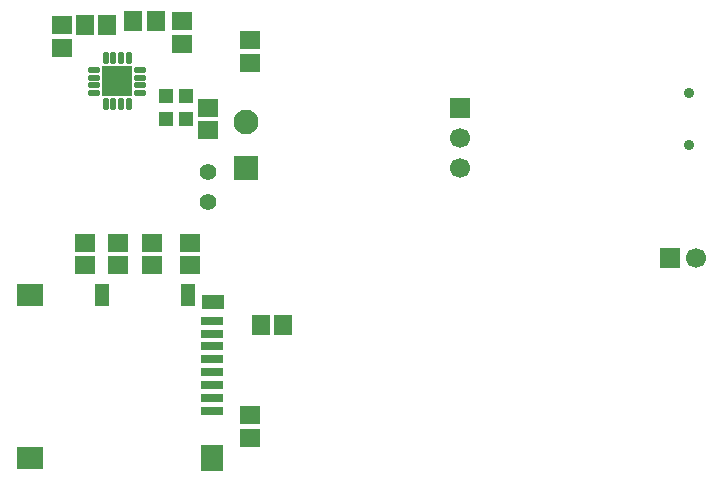
<source format=gbr>
G04 DipTrace 2.4.0.2*
%INMaskBottom.gbr*%
%MOMM*%
%ADD51C,0.9*%
%ADD56C,1.4*%
%ADD72R,1.3X1.2*%
%ADD84R,2.6X2.6*%
%ADD86O,0.55X1.05*%
%ADD88O,1.05X0.55*%
%ADD92R,1.5X1.7*%
%ADD94R,1.7X1.5*%
%ADD96C,1.7*%
%ADD98R,1.7X1.7*%
%ADD100C,2.1*%
%ADD101R,2.1X2.1*%
%ADD102R,2.2X1.9*%
%ADD104R,1.9X2.2*%
%ADD106R,1.9X1.2*%
%ADD108R,1.2X1.9*%
%ADD110R,1.9X0.7*%
%FSLAX53Y53*%
G04*
G71*
G90*
G75*
G01*
%LNBotMask*%
%LPD*%
D110*
X29368Y19208D3*
Y20308D3*
Y21408D3*
Y22508D3*
Y23608D3*
Y24708D3*
Y25808D3*
Y26908D3*
D108*
X27368Y29108D3*
X20068D3*
D106*
X29468Y28508D3*
D104*
X29368Y15308D3*
D102*
X13968D3*
Y29108D3*
D101*
X32225Y39845D3*
D100*
Y43695D3*
D98*
X68103Y32225D3*
D96*
X70303D3*
D94*
X16668Y50005D3*
Y51905D3*
X24288Y31590D3*
Y33490D3*
D92*
X24605Y52228D3*
X22705D3*
D94*
X21430Y31590D3*
Y33490D3*
X26828Y52228D3*
Y50328D3*
D88*
X23288Y48123D3*
Y47473D3*
Y46823D3*
Y46173D3*
D86*
X22313Y45198D3*
X21663D3*
X21013D3*
X20363D3*
D88*
X19388Y46173D3*
Y46823D3*
Y47473D3*
Y48123D3*
D86*
X20363Y49098D3*
X21013D3*
X21663D3*
X22313D3*
D84*
X21338Y47148D3*
D51*
X69750Y41785D3*
Y46185D3*
D98*
X50323Y44925D3*
D96*
Y42385D3*
Y39845D3*
D94*
X29050Y44925D3*
Y43025D3*
X32543Y48735D3*
Y50635D3*
D92*
X35400Y26510D3*
X33500D3*
X18573Y51910D3*
X20473D3*
D94*
X27463Y31590D3*
Y33490D3*
X18573Y31590D3*
Y33490D3*
X32543Y18890D3*
Y16990D3*
D72*
X27145Y45878D3*
X25445D3*
X27145Y43973D3*
X25445D3*
D56*
X29050Y36907D3*
Y39447D3*
M02*

</source>
